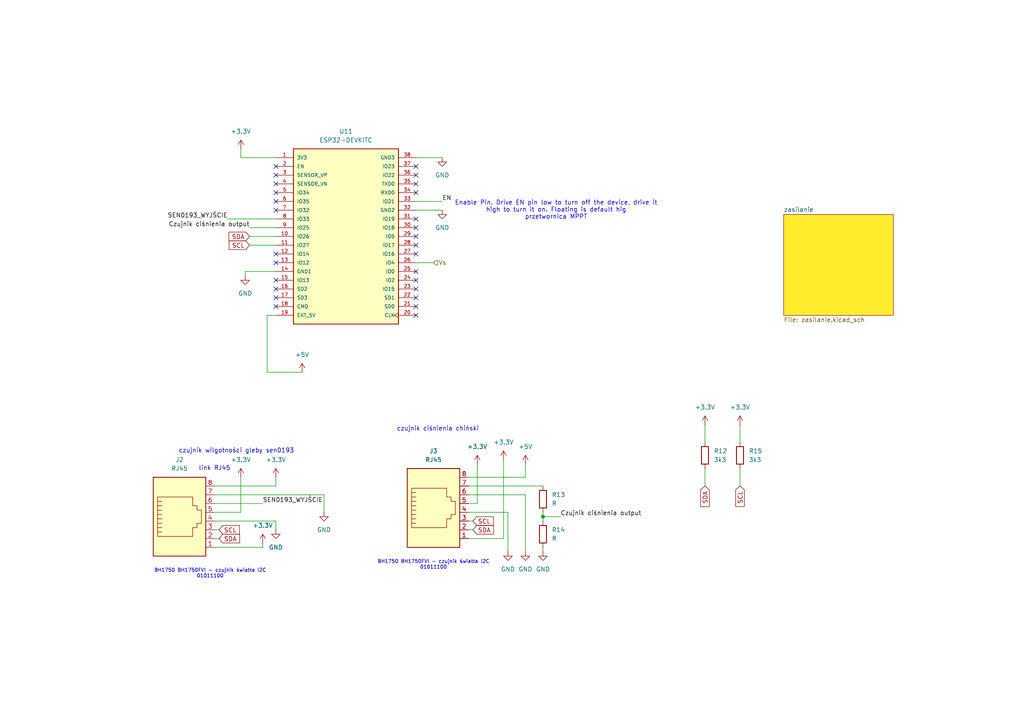
<source format=kicad_sch>
(kicad_sch (version 20250114) (generator "eeschema") (generator_version "9.0")
  (paper "A4")
  (lib_symbols
    (symbol "Connector:RJ45" (pin_names (offset 1.016))
      (property "Reference" "J" (at -5.08 13.97 0))
      (property "Value" "RJ45" (at 2.54 13.97 0))
      (symbol "RJ45_0_1"
        (polyline (pts (xy -6.35 1.905) (xy -5.08 1.905) (xy -5.08 1.905)))
        (polyline (pts (xy -6.35 0.635) (xy -5.08 0.635) (xy -5.08 0.635)))
        (polyline (pts (xy -6.35 -0.635) (xy -5.08 -0.635) (xy -5.08 -0.635)))
        (polyline (pts (xy -6.35 -1.905) (xy -5.08 -1.905) (xy -5.08 -1.905)))
        (polyline (pts (xy -6.35 -3.175) (xy -5.08 -3.175) (xy -5.08 -3.175)))
        (polyline (pts (xy -6.35 -4.445) (xy -6.35 6.985) (xy 3.81 6.985) (xy 3.81 4.445) (xy 5.08 4.445) (xy 5.08 3.175) (xy 6.35 3.175) (xy 6.35 -0.635) (xy 5.08 -0.635) (xy 5.08 -1.905) (xy 3.81 -1.905) (xy 3.81 -4.445) (xy -6.35 -4.445) (xy -6.35 -4.445)))
        (polyline (pts (xy -5.08 5.715) (xy -6.35 5.715)))
        (polyline (pts (xy -5.08 4.445) (xy -6.35 4.445)))
        (polyline (pts (xy -5.08 3.175) (xy -6.35 3.175) (xy -6.35 3.175)))
        (rectangle (start 7.62 12.7) (end -7.62 -10.16) (stroke (width 0.254)) (fill (type background)))
      )
      (symbol "RJ45_1_1"
        (pin passive line (at 10.16 10.16 180) (length 2.54) (name "~") (number "8"))
        (pin passive line (at 10.16 7.62 180) (length 2.54) (name "~") (number "7"))
        (pin passive line (at 10.16 5.08 180) (length 2.54) (name "~") (number "6"))
        (pin passive line (at 10.16 2.54 180) (length 2.54) (name "~") (number "5"))
        (pin passive line (at 10.16 0 180) (length 2.54) (name "~") (number "4"))
        (pin passive line (at 10.16 -2.54 180) (length 2.54) (name "~") (number "3"))
        (pin passive line (at 10.16 -5.08 180) (length 2.54) (name "~") (number "2"))
        (pin passive line (at 10.16 -7.62 180) (length 2.54) (name "~") (number "1"))
      )
    )
    (symbol "Device:R" (pin_numbers (hide yes)) (pin_names (offset 0))
      (property "Reference" "R" (at 2.032 0 90))
      (property "Value" "R" (at 0 0 90))
      (symbol "R_0_1"
        (rectangle (start -1.016 -2.54) (end 1.016 2.54) (stroke (width 0.254)))
      )
      (symbol "R_1_1"
        (pin passive line (at 0 3.81 270) (length 1.27) (name "~") (number "1"))
        (pin passive line (at 0 -3.81 90) (length 1.27) (name "~") (number "2"))
      )
    )
    (symbol "power:+3.3V" (power) (pin_numbers (hide yes)) (pin_names (offset 0) (hide yes))
      (property "Value" "+3.3V" (at 0 3.556 0))
      (symbol "+3.3V_0_1"
        (polyline (pts (xy -0.762 1.27) (xy 0 2.54)))
        (polyline (pts (xy 0 2.54) (xy 0.762 1.27)))
        (polyline (pts (xy 0 0) (xy 0 2.54)))
      )
      (symbol "+3.3V_1_1"
        (pin power_in line (at 0 0 90) (length 0) (name "~") (number "1"))
      )
    )
    (symbol "power:+5V" (power) (pin_numbers (hide yes)) (pin_names (offset 0) (hide yes))
      (property "Value" "+5V" (at 0 3.556 0))
      (symbol "+5V_0_1"
        (polyline (pts (xy -0.762 1.27) (xy 0 2.54)))
        (polyline (pts (xy 0 2.54) (xy 0.762 1.27)))
        (polyline (pts (xy 0 0) (xy 0 2.54)))
      )
      (symbol "+5V_1_1"
        (pin power_in line (at 0 0 90) (length 0) (name "~") (number "1"))
      )
    )
    (symbol "power:GND" (power) (pin_numbers (hide yes)) (pin_names (offset 0) (hide yes))
      (property "Value" "GND" (at 0 -3.81 0))
      (symbol "GND_0_1"
        (polyline (pts (xy 0 0) (xy 0 -1.27) (xy 1.27 -1.27) (xy 0 -2.54) (xy -1.27 -1.27) (xy 0 -1.27)))
      )
      (symbol "GND_1_1"
        (pin power_in line (at 0 0 270) (length 0) (name "~") (number "1"))
      )
    )
    (symbol "symbols:ESP32-DEVKITC" (pin_names (offset 1.016))
      (property "Reference" "U" (at -15.2572 26.0643 0))
      (property "Value" "ESP32-DEVKITC" (at -15.2563 -27.9698 0))
      (symbol "ESP32-DEVKITC_0_0"
        (rectangle (start -15.24 -25.4) (end 15.24 25.4) (stroke (width 0.254)) (fill (type background)))
        (pin power_in line (at -20.32 22.86 0) (length 5.08) (name "3V3") (number "1"))
        (pin input line (at -20.32 20.32 0) (length 5.08) (name "EN") (number "2"))
        (pin input line (at -20.32 17.78 0) (length 5.08) (name "SENSOR_VP") (number "3"))
        (pin input line (at -20.32 15.24 0) (length 5.08) (name "SENSOR_VN") (number "4"))
        (pin bidirectional line (at -20.32 12.7 0) (length 5.08) (name "IO34") (number "5"))
        (pin bidirectional line (at -20.32 10.16 0) (length 5.08) (name "IO35") (number "6"))
        (pin bidirectional line (at -20.32 7.62 0) (length 5.08) (name "IO32") (number "7"))
        (pin bidirectional line (at -20.32 5.08 0) (length 5.08) (name "IO33") (number "8"))
        (pin bidirectional line (at -20.32 2.54 0) (length 5.08) (name "IO25") (number "9"))
        (pin bidirectional line (at -20.32 0 0) (length 5.08) (name "IO26") (number "10"))
        (pin bidirectional line (at -20.32 -2.54 0) (length 5.08) (name "IO27") (number "11"))
        (pin bidirectional line (at -20.32 -5.08 0) (length 5.08) (name "IO14") (number "12"))
        (pin bidirectional line (at -20.32 -7.62 0) (length 5.08) (name "IO12") (number "13"))
        (pin power_in line (at -20.32 -10.16 0) (length 5.08) (name "GND1") (number "14"))
        (pin bidirectional line (at -20.32 -12.7 0) (length 5.08) (name "IO13") (number "15"))
        (pin bidirectional line (at -20.32 -15.24 0) (length 5.08) (name "SD2") (number "16"))
        (pin bidirectional line (at -20.32 -17.78 0) (length 5.08) (name "SD3") (number "17"))
        (pin bidirectional line (at -20.32 -20.32 0) (length 5.08) (name "CMD") (number "18"))
        (pin power_in line (at -20.32 -22.86 0) (length 5.08) (name "EXT_5V") (number "19"))
        (pin power_in line (at 20.32 22.86 180) (length 5.08) (name "GND3") (number "38"))
        (pin bidirectional line (at 20.32 20.32 180) (length 5.08) (name "IO23") (number "37"))
        (pin bidirectional line (at 20.32 17.78 180) (length 5.08) (name "IO22") (number "36"))
        (pin output line (at 20.32 15.24 180) (length 5.08) (name "TXD0") (number "35"))
        (pin input line (at 20.32 12.7 180) (length 5.08) (name "RXD0") (number "34"))
        (pin bidirectional line (at 20.32 10.16 180) (length 5.08) (name "IO21") (number "33"))
        (pin power_in line (at 20.32 7.62 180) (length 5.08) (name "GND2") (number "32"))
        (pin bidirectional line (at 20.32 5.08 180) (length 5.08) (name "IO19") (number "31"))
        (pin bidirectional line (at 20.32 2.54 180) (length 5.08) (name "IO18") (number "30"))
        (pin bidirectional line (at 20.32 0 180) (length 5.08) (name "IO5") (number "29"))
        (pin bidirectional line (at 20.32 -2.54 180) (length 5.08) (name "IO17") (number "28"))
        (pin bidirectional line (at 20.32 -5.08 180) (length 5.08) (name "IO16") (number "27"))
        (pin bidirectional line (at 20.32 -7.62 180) (length 5.08) (name "IO4") (number "26"))
        (pin bidirectional line (at 20.32 -10.16 180) (length 5.08) (name "IO0") (number "25"))
        (pin bidirectional line (at 20.32 -12.7 180) (length 5.08) (name "IO2") (number "24"))
        (pin bidirectional line (at 20.32 -15.24 180) (length 5.08) (name "IO15") (number "23"))
        (pin bidirectional line (at 20.32 -17.78 180) (length 5.08) (name "SD1") (number "22"))
        (pin bidirectional line (at 20.32 -20.32 180) (length 5.08) (name "SD0") (number "21"))
        (pin input clock (at 20.32 -22.86 180) (length 5.08) (name "CLK") (number "20"))
      )
    )
  )
  (text "BH1750 BH1750FVI - czujnik światła I2C\n01011100" (at 60.96 166.37 0) (effects (font (size 1.016 1.016))))
  (text "Enable Pin. Drive EN pin low to turn off the device, drive it\nhigh to turn it on. Floating is default hig\nprzetwornica MPPT\n" (at 161.29 60.96 0) (effects (font (size 1.27 1.27))))
  (text "BH1750 BH1750FVI - czujnik światła I2C\n01011100" (at 125.73 163.83 0) (effects (font (size 1.016 1.016))))
  (text "link RJ45" (at 62.23 135.89 0) (effects (font (size 1.27 1.27))))
  (text "czujnik wilgotności gleby sen0193\n" (at 68.58 130.81 0) (effects (font (size 1.27 1.27))))
  (text "czujnik ciśnienia chiński" (at 127 124.46 0) (effects (font (size 1.27 1.27))))
  (junction (at 157.48 149.86))
  (no_connect (at 120.65 68.58))
  (no_connect (at 80.01 50.8))
  (no_connect (at 120.65 78.74))
  (no_connect (at 80.01 88.9))
  (no_connect (at 120.65 73.66))
  (no_connect (at 120.65 50.8))
  (no_connect (at 120.65 55.88))
  (no_connect (at 80.01 73.66))
  (no_connect (at 80.01 48.26))
  (no_connect (at 120.65 63.5))
  (no_connect (at 80.01 83.82))
  (no_connect (at 120.65 91.44))
  (no_connect (at 120.65 88.9))
  (no_connect (at 80.01 58.42))
  (no_connect (at 120.65 53.34))
  (no_connect (at 80.01 60.96))
  (no_connect (at 80.01 76.2))
  (no_connect (at 120.65 71.12))
  (no_connect (at 120.65 83.82))
  (no_connect (at 120.65 86.36))
  (no_connect (at 120.65 66.04))
  (no_connect (at 120.65 48.26))
  (no_connect (at 80.01 86.36))
  (no_connect (at 120.65 81.28))
  (no_connect (at 80.01 53.34))
  (no_connect (at 80.01 55.88))
  (no_connect (at 80.01 81.28))
  (wire (pts (xy 120.65 45.72) (xy 128.27 45.72)))
  (wire (pts (xy 62.23 146.05) (xy 76.2 146.05)))
  (wire (pts (xy 120.65 58.42) (xy 128.27 58.42)))
  (wire (pts (xy 135.89 146.05) (xy 138.43 146.05)))
  (wire (pts (xy 77.47 107.95) (xy 87.63 107.95)))
  (wire (pts (xy 62.23 140.97) (xy 80.01 140.97)))
  (wire (pts (xy 80.01 151.13) (xy 80.01 153.67)))
  (wire (pts (xy 69.85 148.59) (xy 69.85 138.43)))
  (wire (pts (xy 62.23 153.67) (xy 63.5 153.67)))
  (wire (pts (xy 204.47 123.19) (xy 204.47 128.27)))
  (wire (pts (xy 135.89 148.59) (xy 147.32 148.59)))
  (wire (pts (xy 135.89 138.43) (xy 152.4 138.43)))
  (wire (pts (xy 69.85 148.59) (xy 62.23 148.59)))
  (wire (pts (xy 214.63 123.19) (xy 214.63 128.27)))
  (wire (pts (xy 69.85 45.72) (xy 69.85 43.18)))
  (wire (pts (xy 152.4 160.02) (xy 152.4 143.51)))
  (wire (pts (xy 76.2 158.75) (xy 76.2 157.48)))
  (wire (pts (xy 135.89 153.67) (xy 137.16 153.67)))
  (wire (pts (xy 80.01 151.13) (xy 62.23 151.13)))
  (wire (pts (xy 66.04 63.5) (xy 80.01 63.5)))
  (wire (pts (xy 146.05 156.21) (xy 146.05 133.35)))
  (wire (pts (xy 93.98 143.51) (xy 93.98 148.59)))
  (wire (pts (xy 77.47 91.44) (xy 80.01 91.44)))
  (wire (pts (xy 157.48 149.86) (xy 162.56 149.86)))
  (wire (pts (xy 72.39 66.04) (xy 80.01 66.04)))
  (wire (pts (xy 72.39 71.12) (xy 80.01 71.12)))
  (wire (pts (xy 71.12 78.74) (xy 71.12 80.01)))
  (wire (pts (xy 120.65 60.96) (xy 128.27 60.96)))
  (wire (pts (xy 138.43 134.62) (xy 138.43 146.05)))
  (wire (pts (xy 135.89 156.21) (xy 146.05 156.21)))
  (wire (pts (xy 157.48 148.59) (xy 157.48 149.86)))
  (wire (pts (xy 135.89 151.13) (xy 137.16 151.13)))
  (wire (pts (xy 152.4 138.43) (xy 152.4 134.62)))
  (wire (pts (xy 62.23 156.21) (xy 63.5 156.21)))
  (wire (pts (xy 62.23 158.75) (xy 76.2 158.75)))
  (wire (pts (xy 157.48 158.75) (xy 157.48 160.02)))
  (wire (pts (xy 80.01 140.97) (xy 80.01 138.43)))
  (wire (pts (xy 62.23 143.51) (xy 93.98 143.51)))
  (wire (pts (xy 77.47 107.95) (xy 77.47 91.44)))
  (wire (pts (xy 80.01 45.72) (xy 69.85 45.72)))
  (wire (pts (xy 157.48 149.86) (xy 157.48 151.13)))
  (wire (pts (xy 120.65 76.2) (xy 125.73 76.2)))
  (wire (pts (xy 135.89 143.51) (xy 152.4 143.51)))
  (wire (pts (xy 72.39 68.58) (xy 80.01 68.58)))
  (wire (pts (xy 204.47 135.89) (xy 204.47 140.97)))
  (wire (pts (xy 147.32 148.59) (xy 147.32 160.02)))
  (wire (pts (xy 135.89 140.97) (xy 157.48 140.97)))
  (wire (pts (xy 80.01 78.74) (xy 71.12 78.74)))
  (wire (pts (xy 214.63 135.89) (xy 214.63 140.97)))
  (label "SEN0193_WYJŚCIE" (at 76.2 146.05 0))
  (label "EN" (at 128.27 58.42 0))
  (label "Czujnik ciśnienia output" (at 72.39 66.04 180))
  (label "SEN0193_WYJŚCIE" (at 66.04 63.5 180))
  (label "Czujnik ciśnienia output" (at 162.56 149.86 0))
  (global_label "SCL" (shape input) (at 214.63 140.97 270) (property "Intersheetrefs" "${INTERSHEET_REFS}" (effects (hide yes))))
  (global_label "SDA" (shape input) (at 204.47 140.97 270) (property "Intersheetrefs" "${INTERSHEET_REFS}" (effects (hide yes))))
  (global_label "SDA" (shape input) (at 72.39 68.58 180) (property "Intersheetrefs" "${INTERSHEET_REFS}" (effects (hide yes))))
  (global_label "SCL" (shape input) (at 137.16 151.13 0) (property "Intersheetrefs" "${INTERSHEET_REFS}" (effects (hide yes))))
  (global_label "SDA" (shape input) (at 63.5 156.21 0) (property "Intersheetrefs" "${INTERSHEET_REFS}" (effects (hide yes))))
  (global_label "SCL" (shape input) (at 72.39 71.12 180) (property "Intersheetrefs" "${INTERSHEET_REFS}" (effects (hide yes))))
  (global_label "SCL" (shape input) (at 63.5 153.67 0) (property "Intersheetrefs" "${INTERSHEET_REFS}" (effects (hide yes))))
  (global_label "SDA" (shape input) (at 137.16 153.67 0) (property "Intersheetrefs" "${INTERSHEET_REFS}" (effects (hide yes))))
  (hierarchical_label "Vs" (shape input) (at 125.73 76.2 0))
  (symbol (lib_id "power:+3.3V") (at 80.01 138.43 0) (unit 1)
    (property "Reference" "#PWR084" (effects (hide yes)))
    (property "Value" "+3.3V" (at 80.01 133.35 0))
    (property "Description" "Power symbol creates a global label with name \"+3.3V\"" (effects (hide yes)))
  )
  (symbol (lib_id "power:GND") (at 152.4 160.02 0) (unit 1)
    (property "Reference" "#PWR076" (effects (hide yes)))
    (property "Value" "GND" (at 152.4 165.1 0))
    (property "Description" "Power symbol creates a global label with name \"GND\" , ground" (effects (hide yes)))
  )
  (symbol (lib_id "power:+3.3V") (at 214.63 123.19 0) (unit 1)
    (property "Reference" "#PWR02" (effects (hide yes)))
    (property "Value" "+3.3V" (at 214.63 118.11 0))
    (property "Description" "Power symbol creates a global label with name \"+3.3V\"" (effects (hide yes)))
  )
  (symbol (lib_id "power:GND") (at 128.27 45.72 0) (unit 1)
    (property "Reference" "#PWR09" (effects (hide yes)))
    (property "Value" "GND" (at 128.27 50.8 0))
    (property "Description" "Power symbol creates a global label with name \"GND\" , ground" (effects (hide yes)))
  )
  (symbol (lib_id "power:+3.3V") (at 204.47 123.19 0) (unit 1)
    (property "Reference" "#PWR01" (effects (hide yes)))
    (property "Value" "+3.3V" (at 204.47 118.11 0))
    (property "Description" "Power symbol creates a global label with name \"+3.3V\"" (effects (hide yes)))
  )
  (symbol (lib_id "power:GND") (at 71.12 80.01 0) (unit 1)
    (property "Reference" "#PWR011" (effects (hide yes)))
    (property "Value" "GND" (at 71.12 85.09 0))
    (property "Description" "Power symbol creates a global label with name \"GND\" , ground" (effects (hide yes)))
  )
  (symbol (lib_id "power:+5V") (at 87.63 107.95 0) (unit 1)
    (property "Reference" "#PWR07" (effects (hide yes)))
    (property "Value" "+5V" (at 87.63 102.87 0))
    (property "Description" "Power symbol creates a global label with name \"+5V\"" (effects (hide yes)))
  )
  (symbol (lib_id "power:GND") (at 147.32 160.02 0) (unit 1)
    (property "Reference" "#PWR032" (effects (hide yes)))
    (property "Value" "GND" (at 147.32 165.1 0))
    (property "Description" "Power symbol creates a global label with name \"GND\" , ground" (effects (hide yes)))
  )
  (symbol (lib_id "power:GND") (at 128.27 60.96 0) (unit 1)
    (property "Reference" "#PWR05" (effects (hide yes)))
    (property "Value" "GND" (at 128.27 66.04 0))
    (property "Description" "Power symbol creates a global label with name \"GND\" , ground" (effects (hide yes)))
  )
  (symbol (lib_id "power:+3.3V") (at 69.85 138.43 0) (unit 1)
    (property "Reference" "#PWR029" (effects (hide yes)))
    (property "Value" "+3.3V" (at 69.85 133.35 0))
    (property "Description" "Power symbol creates a global label with name \"+3.3V\"" (effects (hide yes)))
  )
  (symbol (lib_id "Device:R") (at 214.63 132.08 0) (unit 1)
    (property "Reference" "R15" (at 217.17 130.8099 0) (effects (justify left)))
    (property "Value" "3k3" (at 217.17 133.3499 0) (effects (justify left)))
    (property "Footprint" "Resistor_SMD:R_1206_3216Metric" (effects (hide yes)))
    (property "Description" "Resistor" (effects (hide yes)))
  )
  (symbol (lib_id "power:GND") (at 157.48 160.02 0) (unit 1)
    (property "Reference" "#PWR078" (effects (hide yes)))
    (property "Value" "GND" (at 157.48 165.1 0))
    (property "Description" "Power symbol creates a global label with name \"GND\" , ground" (effects (hide yes)))
  )
  (symbol (lib_id "power:+5V") (at 152.4 134.62 0) (unit 1)
    (property "Reference" "#PWR079" (effects (hide yes)))
    (property "Value" "+5V" (at 152.4 129.54 0))
    (property "Description" "Power symbol creates a global label with name \"+5V\"" (effects (hide yes)))
  )
  (symbol (lib_id "power:+3.3V") (at 138.43 134.62 0) (unit 1)
    (property "Reference" "#PWR028" (effects (hide yes)))
    (property "Value" "+3.3V" (at 138.43 129.54 0))
    (property "Description" "Power symbol creates a global label with name \"+3.3V\"" (effects (hide yes)))
  )
  (symbol (lib_id "power:+5V") (at 69.85 43.18 0) (unit 1)
    (property "Reference" "#PWR06" (effects (hide yes)))
    (property "Value" "+3.3V" (at 69.85 38.1 0))
    (property "Description" "Power symbol creates a global label with name \"+5V\"" (effects (hide yes)))
  )
  (symbol (lib_id "symbols:ESP32-DEVKITC") (at 100.33 68.58 0) (unit 1)
    (property "Reference" "U11" (at 100.33 38.1 0))
    (property "Value" "ESP32-DEVKITC" (at 100.33 40.64 0))
    (property "Footprint" "ESP32:MODULE_ESP32-DEVKITC" (effects (hide yes)))
    (property "MF" "Espressif Systems" (effects (hide yes)))
    (property "Description_1" "ESP32-WROOM-32UE series Transceiver; 802.11 b/g/n (Wi-Fi, WiFi, WLAN), Bluetooth ® Smart Ready 4.x Dual Mode Evaluation Board" (effects (hide yes)))
    (property "Package" "None" (effects (hide yes)))
    (property "Price" "None" (effects (hide yes)))
    (property "Check_prices" "https://www.snapeda.com/parts/ESP32-DEVKITC/Espressif+Systems/view-part/?ref=eda" (effects (hide yes)))
    (property "STANDARD" "Manufacturer Recommendations" (effects (hide yes)))
    (property "PARTREV" "N/A" (effects (hide yes)))
    (property "SnapEDA_Link" "https://www.snapeda.com/parts/ESP32-DEVKITC/Espressif+Systems/view-part/?ref=snap" (effects (hide yes)))
    (property "MP" "ESP32-DEVKITC" (effects (hide yes)))
    (property "Availability" "Not in stock" (effects (hide yes)))
    (property "MANUFACTURER" "ESPRESSIF" (effects (hide yes)))
  )
  (symbol (lib_id "power:GND") (at 93.98 148.59 0) (unit 1)
    (property "Reference" "#PWR083" (effects (hide yes)))
    (property "Value" "GND" (at 93.98 153.67 0))
    (property "Description" "Power symbol creates a global label with name \"GND\" , ground" (effects (hide yes)))
  )
  (symbol (lib_id "Device:R") (at 157.48 144.78 0) (unit 1)
    (property "Reference" "R13" (at 160.02 143.5099 0) (effects (justify left)))
    (property "Value" "R" (at 160.02 146.0499 0) (effects (justify left)))
    (property "Footprint" "Resistor_SMD:R_1206_3216Metric" (effects (hide yes)))
    (property "Description" "Resistor" (effects (hide yes)))
  )
  (symbol (lib_id "power:GND") (at 80.01 153.67 0) (unit 1)
    (property "Reference" "#PWR033" (effects (hide yes)))
    (property "Value" "GND" (at 80.01 158.75 0))
    (property "Description" "Power symbol creates a global label with name \"GND\" , ground" (effects (hide yes)))
  )
  (symbol (lib_id "power:+3.3V") (at 76.2 157.48 0) (unit 1)
    (property "Reference" "#PWR036" (effects (hide yes)))
    (property "Value" "+3.3V" (at 76.2 152.4 0))
    (property "Description" "Power symbol creates a global label with name \"+3.3V\"" (effects (hide yes)))
  )
  (symbol (lib_id "Device:R") (at 204.47 132.08 0) (unit 1)
    (property "Reference" "R12" (at 207.01 130.8099 0) (effects (justify left)))
    (property "Value" "3k3" (at 207.01 133.3499 0) (effects (justify left)))
    (property "Footprint" "Resistor_SMD:R_1206_3216Metric" (effects (hide yes)))
    (property "Description" "Resistor" (effects (hide yes)))
  )
  (symbol (lib_id "power:+3.3V") (at 146.05 133.35 0) (unit 1)
    (property "Reference" "#PWR08" (effects (hide yes)))
    (property "Value" "+3.3V" (at 146.05 128.27 0))
    (property "Description" "Power symbol creates a global label with name \"+3.3V\"" (effects (hide yes)))
  )
  (symbol (lib_id "Connector:RJ45") (at 125.73 148.59 0) (unit 1)
    (property "Reference" "J3" (at 125.73 130.81 0))
    (property "Value" "RJ45" (at 125.73 133.35 0))
    (property "Footprint" "Connector_RJ:RJ45_Amphenol_54602-x08_Horizontal" (effects (hide yes)))
    (property "Description" "RJ connector, 8P8C (8 positions 8 connected)" (effects (hide yes)))
  )
  (symbol (lib_id "Device:R") (at 157.48 154.94 0) (unit 1)
    (property "Reference" "R14" (at 160.02 153.6699 0) (effects (justify left)))
    (property "Value" "R" (at 160.02 156.2099 0) (effects (justify left)))
    (property "Footprint" "Resistor_SMD:R_1206_3216Metric" (effects (hide yes)))
    (property "Description" "Resistor" (effects (hide yes)))
  )
  (symbol (lib_id "Connector:RJ45") (at 52.07 151.13 0) (unit 1)
    (property "Reference" "J2" (at 52.07 133.35 0))
    (property "Value" "RJ45" (at 52.07 135.89 0))
    (property "Footprint" "Connector_RJ:RJ45_Amphenol_54602-x08_Horizontal" (effects (hide yes)))
    (property "Description" "RJ connector, 8P8C (8 positions 8 connected)" (effects (hide yes)))
  )
  (sheet (at 227.33 62.23) (size 31.75 29.21) (stroke (width 0.1524)) (fill (color 255 236 44 1.0000))
    (property "Sheetname" "zasilanie" (at 227.33 61.5184 0) (effects (justify left bottom)))
    (property "Sheetfile" "zasilanie.kicad_sch" (at 227.33 92.0246 0) (effects (justify left top)))
  )
)
</source>
